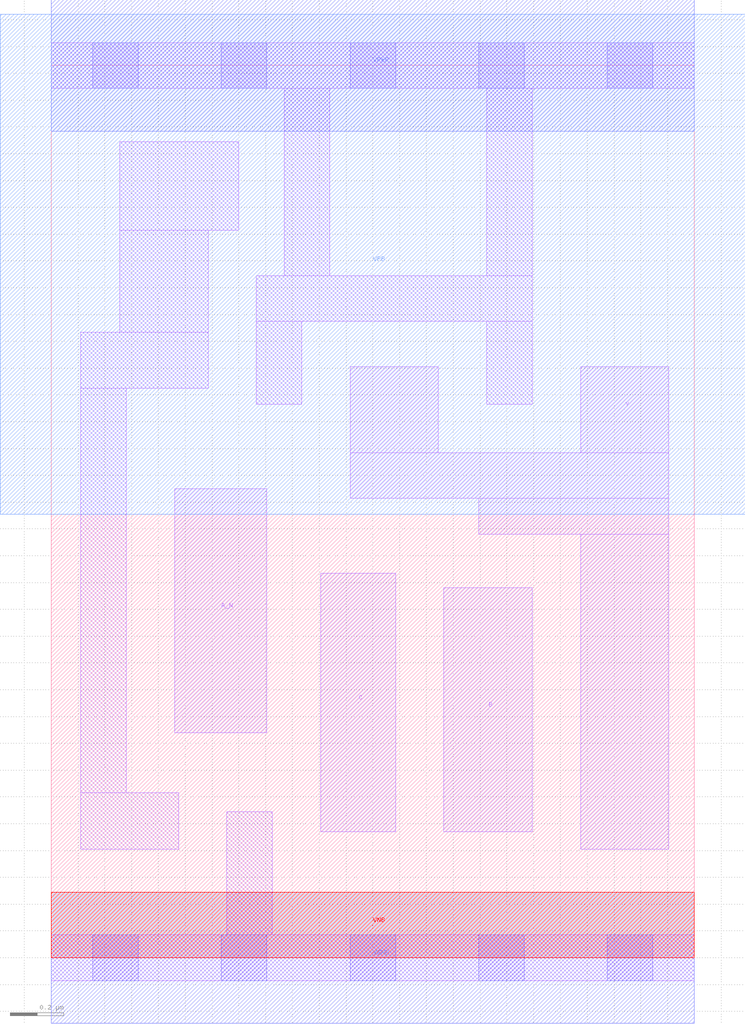
<source format=lef>
# Copyright 2020 The SkyWater PDK Authors
#
# Licensed under the Apache License, Version 2.0 (the "License");
# you may not use this file except in compliance with the License.
# You may obtain a copy of the License at
#
#     https://www.apache.org/licenses/LICENSE-2.0
#
# Unless required by applicable law or agreed to in writing, software
# distributed under the License is distributed on an "AS IS" BASIS,
# WITHOUT WARRANTIES OR CONDITIONS OF ANY KIND, either express or implied.
# See the License for the specific language governing permissions and
# limitations under the License.
#
# SPDX-License-Identifier: Apache-2.0

VERSION 5.7 ;
  NOWIREEXTENSIONATPIN ON ;
  DIVIDERCHAR "/" ;
  BUSBITCHARS "[]" ;
MACRO sky130_fd_sc_lp__nand3b_m
  CLASS CORE ;
  FOREIGN sky130_fd_sc_lp__nand3b_m ;
  ORIGIN  0.000000  0.000000 ;
  SIZE  2.400000 BY  3.330000 ;
  SYMMETRY X Y R90 ;
  SITE unit ;
  PIN A_N
    ANTENNAGATEAREA  0.126000 ;
    DIRECTION INPUT ;
    USE SIGNAL ;
    PORT
      LAYER li1 ;
        RECT 0.460000 0.840000 0.805000 1.750000 ;
    END
  END A_N
  PIN B
    ANTENNAGATEAREA  0.126000 ;
    DIRECTION INPUT ;
    USE SIGNAL ;
    PORT
      LAYER li1 ;
        RECT 1.465000 0.470000 1.795000 1.380000 ;
    END
  END B
  PIN C
    ANTENNAGATEAREA  0.126000 ;
    DIRECTION INPUT ;
    USE SIGNAL ;
    PORT
      LAYER li1 ;
        RECT 1.005000 0.470000 1.285000 1.435000 ;
    END
  END C
  PIN Y
    ANTENNADIFFAREA  0.350700 ;
    DIRECTION OUTPUT ;
    USE SIGNAL ;
    PORT
      LAYER li1 ;
        RECT 1.115000 1.715000 2.305000 1.885000 ;
        RECT 1.115000 1.885000 1.445000 2.205000 ;
        RECT 1.595000 1.580000 2.305000 1.715000 ;
        RECT 1.975000 0.405000 2.305000 1.580000 ;
        RECT 1.975000 1.885000 2.305000 2.205000 ;
    END
  END Y
  PIN VGND
    DIRECTION INOUT ;
    USE GROUND ;
    PORT
      LAYER met1 ;
        RECT 0.000000 -0.245000 2.400000 0.245000 ;
    END
  END VGND
  PIN VNB
    DIRECTION INOUT ;
    USE GROUND ;
    PORT
      LAYER pwell ;
        RECT 0.000000 0.000000 2.400000 0.245000 ;
    END
  END VNB
  PIN VPB
    DIRECTION INOUT ;
    USE POWER ;
    PORT
      LAYER nwell ;
        RECT -0.190000 1.655000 2.590000 3.520000 ;
    END
  END VPB
  PIN VPWR
    DIRECTION INOUT ;
    USE POWER ;
    PORT
      LAYER met1 ;
        RECT 0.000000 3.085000 2.400000 3.575000 ;
    END
  END VPWR
  OBS
    LAYER li1 ;
      RECT 0.000000 -0.085000 2.400000 0.085000 ;
      RECT 0.000000  3.245000 2.400000 3.415000 ;
      RECT 0.110000  0.405000 0.475000 0.615000 ;
      RECT 0.110000  0.615000 0.280000 2.125000 ;
      RECT 0.110000  2.125000 0.585000 2.335000 ;
      RECT 0.255000  2.335000 0.585000 2.715000 ;
      RECT 0.255000  2.715000 0.700000 3.045000 ;
      RECT 0.655000  0.085000 0.825000 0.545000 ;
      RECT 0.765000  2.065000 0.935000 2.375000 ;
      RECT 0.765000  2.375000 1.795000 2.545000 ;
      RECT 0.870000  2.545000 1.040000 3.245000 ;
      RECT 1.625000  2.065000 1.795000 2.375000 ;
      RECT 1.625000  2.545000 1.795000 3.245000 ;
    LAYER mcon ;
      RECT 0.155000 -0.085000 0.325000 0.085000 ;
      RECT 0.155000  3.245000 0.325000 3.415000 ;
      RECT 0.635000 -0.085000 0.805000 0.085000 ;
      RECT 0.635000  3.245000 0.805000 3.415000 ;
      RECT 1.115000 -0.085000 1.285000 0.085000 ;
      RECT 1.115000  3.245000 1.285000 3.415000 ;
      RECT 1.595000 -0.085000 1.765000 0.085000 ;
      RECT 1.595000  3.245000 1.765000 3.415000 ;
      RECT 2.075000 -0.085000 2.245000 0.085000 ;
      RECT 2.075000  3.245000 2.245000 3.415000 ;
  END
END sky130_fd_sc_lp__nand3b_m
END LIBRARY

</source>
